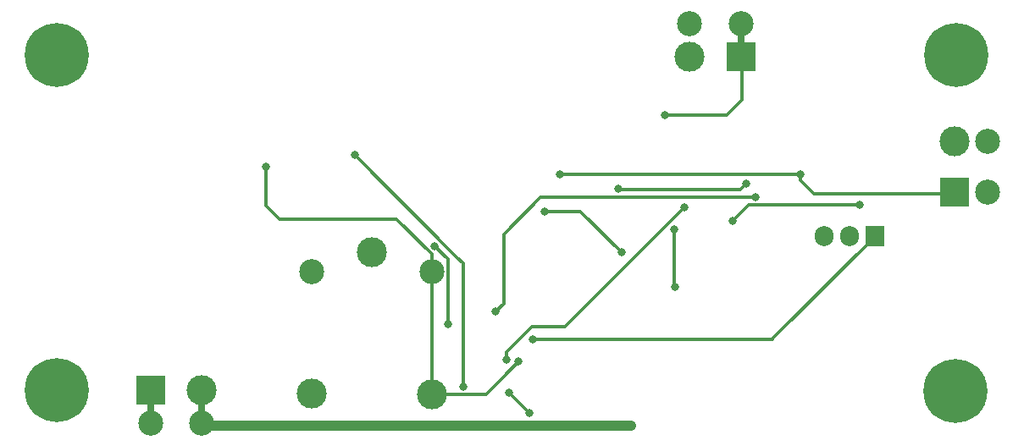
<source format=gbr>
G04 #@! TF.GenerationSoftware,KiCad,Pcbnew,(5.1.5)-3*
G04 #@! TF.CreationDate,2020-09-18T03:21:52-03:00*
G04 #@! TF.ProjectId,Luz de Freio,4c757a20-6465-4204-9672-65696f2e6b69,rev?*
G04 #@! TF.SameCoordinates,Original*
G04 #@! TF.FileFunction,Copper,L2,Bot*
G04 #@! TF.FilePolarity,Positive*
%FSLAX46Y46*%
G04 Gerber Fmt 4.6, Leading zero omitted, Abs format (unit mm)*
G04 Created by KiCad (PCBNEW (5.1.5)-3) date 2020-09-18 03:21:52*
%MOMM*%
%LPD*%
G04 APERTURE LIST*
%ADD10C,2.500000*%
%ADD11C,3.000000*%
%ADD12R,3.000000X3.000000*%
%ADD13C,0.800000*%
%ADD14C,6.400000*%
%ADD15O,1.905000X2.000000*%
%ADD16R,1.905000X2.000000*%
%ADD17C,0.300000*%
%ADD18C,0.700000*%
%ADD19C,1.000000*%
G04 APERTURE END LIST*
D10*
X228202000Y-108169200D03*
X228202000Y-113300000D03*
D11*
X224900000Y-108173000D03*
D12*
X224900000Y-113300000D03*
D10*
X149655800Y-136352000D03*
X144525000Y-136352000D03*
D11*
X149652000Y-133050000D03*
D12*
X144525000Y-133050000D03*
D10*
X198411200Y-96374000D03*
X203542000Y-96374000D03*
D11*
X198415000Y-99676000D03*
D12*
X203542000Y-99676000D03*
D13*
X226747056Y-97877944D03*
X225050000Y-97175000D03*
X223352944Y-97877944D03*
X222650000Y-99575000D03*
X223352944Y-101272056D03*
X225050000Y-101975000D03*
X226747056Y-101272056D03*
X227450000Y-99575000D03*
D14*
X225050000Y-99575000D03*
D13*
X136822056Y-131377944D03*
X135125000Y-130675000D03*
X133427944Y-131377944D03*
X132725000Y-133075000D03*
X133427944Y-134772056D03*
X135125000Y-135475000D03*
X136822056Y-134772056D03*
X137525000Y-133075000D03*
D14*
X135125000Y-133075000D03*
D13*
X136822056Y-97877944D03*
X135125000Y-97175000D03*
X133427944Y-97877944D03*
X132725000Y-99575000D03*
X133427944Y-101272056D03*
X135125000Y-101975000D03*
X136822056Y-101272056D03*
X137525000Y-99575000D03*
D14*
X135125000Y-99575000D03*
D13*
X226697056Y-131427944D03*
X225000000Y-130725000D03*
X223302944Y-131427944D03*
X222600000Y-133125000D03*
X223302944Y-134822056D03*
X225000000Y-135525000D03*
X226697056Y-134822056D03*
X227400000Y-133125000D03*
D14*
X225000000Y-133125000D03*
D11*
X166674800Y-119265700D03*
D10*
X172624800Y-121215700D03*
D11*
X172674800Y-133465700D03*
X160624800Y-133415700D03*
D10*
X160624800Y-121215700D03*
D15*
X211838900Y-117690900D03*
X214378900Y-117690900D03*
D16*
X216918900Y-117690900D03*
D13*
X209525000Y-111475000D03*
X185425000Y-111475000D03*
X183925000Y-115175000D03*
X191600000Y-119300000D03*
X192532000Y-136652000D03*
X174244000Y-126492000D03*
X172940669Y-118651331D03*
X156057600Y-110744000D03*
X181325000Y-130197000D03*
X215400001Y-114549999D03*
X202716433Y-116164513D03*
X195975000Y-105550000D03*
X196900000Y-116975000D03*
X196925000Y-122725000D03*
X179000000Y-125225000D03*
X204975000Y-113775000D03*
X182725000Y-127997000D03*
X191325000Y-112950000D03*
X204100000Y-112400000D03*
X164925000Y-109575000D03*
X175768000Y-132715700D03*
X182372000Y-135382000D03*
X180340000Y-133350000D03*
X197866000Y-114808000D03*
X180086000Y-130048000D03*
D17*
X224399990Y-113507110D02*
X224546440Y-113653560D01*
X224399990Y-113400000D02*
X224399990Y-113507110D01*
X210884315Y-113400000D02*
X224399990Y-113400000D01*
X209525000Y-112040685D02*
X210884315Y-113400000D01*
X209525000Y-111475000D02*
X209525000Y-112040685D01*
X209525000Y-111475000D02*
X185425000Y-111475000D01*
X187475000Y-115175000D02*
X186425000Y-115175000D01*
X191600000Y-119300000D02*
X187475000Y-115175000D01*
X186425000Y-115175000D02*
X183925000Y-115175000D01*
X174244000Y-126492000D02*
X174244000Y-119954662D01*
X174244000Y-119954662D02*
X172940669Y-118651331D01*
D18*
X149652000Y-136348200D02*
X149655800Y-136352000D01*
X149652000Y-133050000D02*
X149652000Y-136348200D01*
D19*
X149955800Y-136652000D02*
X149655800Y-136352000D01*
X192532000Y-136652000D02*
X149955800Y-136652000D01*
D17*
X172624800Y-133415700D02*
X172674800Y-133465700D01*
X172624800Y-121215700D02*
X172624800Y-133415700D01*
X156057600Y-114604800D02*
X156057600Y-110744000D01*
X157403800Y-115951000D02*
X156057600Y-114604800D01*
X169127866Y-115951000D02*
X157403800Y-115951000D01*
X172624800Y-121215700D02*
X172624800Y-119447934D01*
X172624800Y-119447934D02*
X169127866Y-115951000D01*
X215400001Y-114549999D02*
X204330947Y-114549999D01*
X204330947Y-114549999D02*
X202716433Y-116164513D01*
X179834300Y-131687700D02*
X181325000Y-130197000D01*
X172674800Y-133465700D02*
X178056300Y-133465700D01*
X178056300Y-133465700D02*
X179834300Y-131687700D01*
X195975000Y-105550000D02*
X202100000Y-105550000D01*
X202100000Y-105550000D02*
X203650000Y-104000000D01*
X203749110Y-100176010D02*
X203895560Y-100029560D01*
X203650000Y-104000000D02*
X203650000Y-100176010D01*
X203650000Y-100176010D02*
X203749110Y-100176010D01*
D18*
X203542000Y-99676000D02*
X203542000Y-96374000D01*
D17*
X196900000Y-116975000D02*
X196900000Y-122700000D01*
X196900000Y-122700000D02*
X196925000Y-122725000D01*
X204937500Y-113812500D02*
X204975000Y-113775000D01*
X190587500Y-113812500D02*
X183537500Y-113812500D01*
X190587500Y-113812500D02*
X204937500Y-113812500D01*
X190412500Y-113812500D02*
X190587500Y-113812500D01*
X183537500Y-113812500D02*
X179825000Y-117525000D01*
X179825000Y-124400000D02*
X179000000Y-125225000D01*
X179825000Y-117525000D02*
X179825000Y-124400000D01*
X213702900Y-117690900D02*
X213702900Y-117738400D01*
X206660300Y-127997000D02*
X206825650Y-127831650D01*
X182725000Y-127997000D02*
X206660300Y-127997000D01*
X206825650Y-127831650D02*
X216918900Y-117738400D01*
D18*
X144525000Y-133050000D02*
X144525000Y-136352000D01*
D17*
X198450000Y-112975000D02*
X191350000Y-112975000D01*
X191350000Y-112975000D02*
X191325000Y-112950000D01*
X198450000Y-112975000D02*
X202825000Y-112975000D01*
X202825000Y-112975000D02*
X203375000Y-112975000D01*
X203375000Y-112975000D02*
X203525000Y-112975000D01*
X203525000Y-112975000D02*
X204100000Y-112400000D01*
X175150000Y-119800000D02*
X164925000Y-109575000D01*
X175768000Y-120418000D02*
X175150000Y-119800000D01*
X175768000Y-132715700D02*
X175768000Y-120418000D01*
X182372000Y-135382000D02*
X180340000Y-133350000D01*
X197866000Y-114808000D02*
X185928000Y-126746000D01*
X185928000Y-126746000D02*
X182626000Y-126746000D01*
X182626000Y-126746000D02*
X180086000Y-129286000D01*
X180086000Y-129286000D02*
X180086000Y-130048000D01*
M02*

</source>
